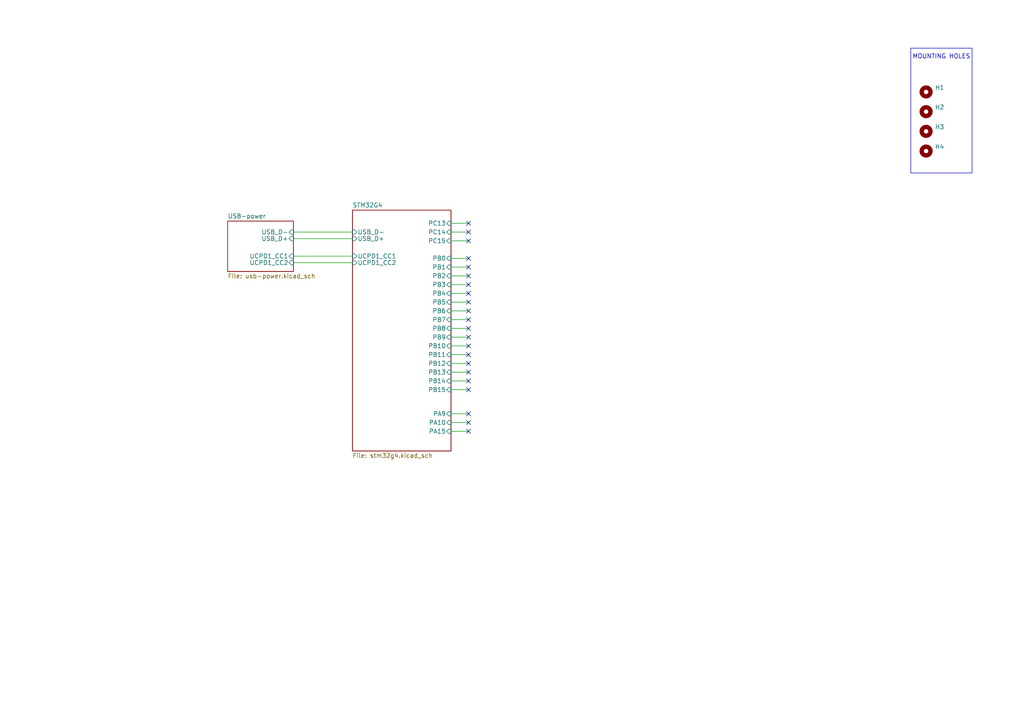
<source format=kicad_sch>
(kicad_sch (version 20231120) (generator "eeschema") (generator_version "8.0")
  (paper "A4")
  (lib_symbols
    (symbol "Mechanical:MountingHole" (pin_names (offset 1.016))
      (property "Reference" "H" (at 0 5.08 0))
      (property "Value" "MountingHole" (at 0 3.175 0))
      (symbol "MountingHole_0_1"
        (circle (center 0 0) (radius 1.27) (stroke (width 1.27)))
      )
    )
  )
  (no_connect (at 135.89 69.85))
  (no_connect (at 135.89 92.71))
  (no_connect (at 135.89 107.95))
  (no_connect (at 135.89 82.55))
  (no_connect (at 135.89 100.33))
  (no_connect (at 135.89 125.095))
  (no_connect (at 135.89 77.47))
  (no_connect (at 135.89 102.87))
  (no_connect (at 135.89 113.03))
  (no_connect (at 135.89 110.49))
  (no_connect (at 135.89 90.17))
  (no_connect (at 135.89 97.79))
  (no_connect (at 135.89 74.93))
  (no_connect (at 135.89 120.015))
  (no_connect (at 135.89 105.41))
  (no_connect (at 135.89 64.77))
  (no_connect (at 135.89 80.01))
  (no_connect (at 135.89 85.09))
  (no_connect (at 135.89 122.555))
  (no_connect (at 135.89 95.25))
  (no_connect (at 135.89 67.31))
  (no_connect (at 135.89 87.63))
  (wire (pts (xy 130.81 95.25) (xy 135.89 95.25)))
  (wire (pts (xy 130.81 102.87) (xy 135.89 102.87)))
  (wire (pts (xy 130.81 90.17) (xy 135.89 90.17)))
  (wire (pts (xy 85.09 76.2) (xy 102.235 76.2)))
  (wire (pts (xy 130.81 113.03) (xy 135.89 113.03)))
  (wire (pts (xy 130.81 82.55) (xy 135.89 82.55)))
  (wire (pts (xy 85.09 69.215) (xy 102.235 69.215)))
  (wire (pts (xy 85.09 74.295) (xy 102.235 74.295)))
  (wire (pts (xy 130.81 122.555) (xy 135.89 122.555)))
  (wire (pts (xy 130.81 107.95) (xy 135.89 107.95)))
  (wire (pts (xy 130.81 120.015) (xy 135.89 120.015)))
  (wire (pts (xy 130.81 64.77) (xy 135.89 64.77)))
  (wire (pts (xy 130.81 69.85) (xy 135.89 69.85)))
  (wire (pts (xy 130.81 80.01) (xy 135.89 80.01)))
  (wire (pts (xy 130.81 105.41) (xy 135.89 105.41)))
  (wire (pts (xy 130.81 85.09) (xy 135.89 85.09)))
  (wire (pts (xy 130.81 125.095) (xy 135.89 125.095)))
  (wire (pts (xy 130.81 74.93) (xy 135.89 74.93)))
  (wire (pts (xy 130.81 92.71) (xy 135.89 92.71)))
  (wire (pts (xy 130.81 100.33) (xy 135.89 100.33)))
  (wire (pts (xy 130.81 110.49) (xy 135.89 110.49)))
  (wire (pts (xy 85.09 67.31) (xy 102.235 67.31)))
  (wire (pts (xy 130.81 87.63) (xy 135.89 87.63)))
  (wire (pts (xy 130.81 97.79) (xy 135.89 97.79)))
  (wire (pts (xy 130.81 77.47) (xy 135.89 77.47)))
  (wire (pts (xy 130.81 67.31) (xy 135.89 67.31)))
  (rectangle (start 264.16 13.97) (end 281.94 50.165))
  (text "MOUNTING HOLES" (at 273.05 16.51 0) (effects (font (size 1.27 1.27))))
  (symbol (lib_id "Mechanical:MountingHole") (at 268.605 38.1 0) (unit 1) (in_bom no)
    (property "Reference" "H3" (at 271.145 36.8299 0) (effects (justify left)))
    (property "Value" "MountingHole" (effects (hide yes)))
    (property "Footprint" "MountingHole:MountingHole_3.2mm_M3_DIN965_Pad" (effects (hide yes)))
    (property "Description" "Mounting Hole without connection" (effects (hide yes)))
  )
  (symbol (lib_id "Mechanical:MountingHole") (at 268.605 26.67 0) (unit 1) (in_bom no)
    (property "Reference" "H1" (at 271.145 25.3999 0) (effects (justify left)))
    (property "Value" "MountingHole" (effects (hide yes)))
    (property "Footprint" "MountingHole:MountingHole_3.2mm_M3_DIN965_Pad" (effects (hide yes)))
    (property "Description" "Mounting Hole without connection" (effects (hide yes)))
  )
  (symbol (lib_id "Mechanical:MountingHole") (at 268.605 43.815 0) (unit 1) (in_bom no)
    (property "Reference" "H4" (at 271.145 42.5449 0) (effects (justify left)))
    (property "Value" "MountingHole" (effects (hide yes)))
    (property "Footprint" "MountingHole:MountingHole_3.2mm_M3_DIN965_Pad" (effects (hide yes)))
    (property "Description" "Mounting Hole without connection" (effects (hide yes)))
  )
  (symbol (lib_id "Mechanical:MountingHole") (at 268.605 32.385 0) (unit 1) (in_bom no)
    (property "Reference" "H2" (at 271.145 31.1149 0) (effects (justify left)))
    (property "Value" "MountingHole" (effects (hide yes)))
    (property "Footprint" "MountingHole:MountingHole_3.2mm_M3_DIN965_Pad" (effects (hide yes)))
    (property "Description" "Mounting Hole without connection" (effects (hide yes)))
  )
  (sheet (at 66.04 64.135) (size 19.05 14.605) (stroke (width 0.1524))
    (property "Sheetname" "USB-power" (at 66.04 63.4234 0) (effects (justify left bottom)))
    (property "Sheetfile" "usb-power.kicad_sch" (at 66.04 79.3246 0) (effects (justify left top)))
    (pin "USB_D-" input (at 85.09 67.31 0))
    (pin "USB_D+" input (at 85.09 69.215 0))
    (pin "UCPD1_CC2" input (at 85.09 76.2 0))
    (pin "UCPD1_CC1" input (at 85.09 74.295 0))
  )
  (sheet (at 102.235 60.96) (size 28.575 69.85) (stroke (width 0.1524))
    (property "Sheetname" "STM32G4" (at 102.235 60.2484 0) (effects (justify left bottom)))
    (property "Sheetfile" "stm32g4.kicad_sch" (at 102.235 131.3946 0) (effects (justify left top)))
    (pin "PA15" input (at 130.81 125.095 0))
    (pin "PB2" input (at 130.81 80.01 0))
    (pin "PB1" input (at 130.81 77.47 0))
    (pin "PA9" input (at 130.81 120.015 0))
    (pin "PA10" input (at 130.81 122.555 0))
    (pin "PB8" input (at 130.81 95.25 0))
    (pin "PB7" input (at 130.81 92.71 0))
    (pin "PB5" input (at 130.81 87.63 0))
    (pin "PB6" input (at 130.81 90.17 0))
    (pin "PB4" input (at 130.81 85.09 0))
    (pin "PB3" input (at 130.81 82.55 0))
    (pin "PB0" input (at 130.81 74.93 0))
    (pin "USB_D-" input (at 102.235 67.31 180))
    (pin "USB_D+" input (at 102.235 69.215 180))
    (pin "UCPD1_CC1" input (at 102.235 74.295 180))
    (pin "UCPD1_CC2" input (at 102.235 76.2 180))
    (pin "PB10" input (at 130.81 100.33 0))
    (pin "PB11" input (at 130.81 102.87 0))
    (pin "PB9" input (at 130.81 97.79 0))
    (pin "PB12" input (at 130.81 105.41 0))
    (pin "PB13" input (at 130.81 107.95 0))
    (pin "PB14" input (at 130.81 110.49 0))
    (pin "PB15" input (at 130.81 113.03 0))
    (pin "PC14" input (at 130.81 67.31 0))
    (pin "PC15" input (at 130.81 69.85 0))
    (pin "PC13" input (at 130.81 64.77 0))
  )
)
</source>
